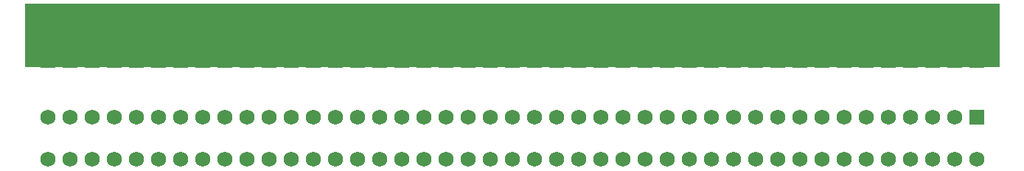
<source format=gbr>
%TF.GenerationSoftware,KiCad,Pcbnew,(5.1.6)-1*%
%TF.CreationDate,2022-03-07T17:14:04-05:00*%
%TF.ProjectId,A500-Side-90,41353030-2d53-4696-9465-2d39302e6b69,rev?*%
%TF.SameCoordinates,Original*%
%TF.FileFunction,Soldermask,Bot*%
%TF.FilePolarity,Negative*%
%FSLAX46Y46*%
G04 Gerber Fmt 4.6, Leading zero omitted, Abs format (unit mm)*
G04 Created by KiCad (PCBNEW (5.1.6)-1) date 2022-03-07 17:14:04*
%MOMM*%
%LPD*%
G01*
G04 APERTURE LIST*
%ADD10C,1.738300*%
%ADD11R,1.738300X1.738300*%
%ADD12R,112.014000X7.239000*%
%ADD13R,1.700000X6.600000*%
G04 APERTURE END LIST*
D10*
%TO.C,BUS1*%
X98298000Y-89039700D03*
X98298000Y-84188300D03*
X100838000Y-89039700D03*
X100838000Y-84188300D03*
X103378000Y-89039700D03*
X103378000Y-84188300D03*
X105918000Y-89039700D03*
X105918000Y-84188300D03*
X108458000Y-89039700D03*
X108458000Y-84188300D03*
X110998000Y-89039700D03*
X110998000Y-84188300D03*
X113538000Y-89039700D03*
X113538000Y-84188300D03*
X116078000Y-89039700D03*
X116078000Y-84188300D03*
X118618000Y-89039700D03*
X118618000Y-84188300D03*
X121158000Y-89039700D03*
X121158000Y-84188300D03*
X123698000Y-89039700D03*
X123698000Y-84188300D03*
X126238000Y-89039700D03*
X126238000Y-84188300D03*
X128778000Y-89039700D03*
X128778000Y-84188300D03*
X131318000Y-89039700D03*
X131318000Y-84188300D03*
X133858000Y-89039700D03*
X133858000Y-84188300D03*
X136398000Y-89039700D03*
X136398000Y-84188300D03*
X138938000Y-89039700D03*
X138938000Y-84188300D03*
X141478000Y-89039700D03*
X141478000Y-84188300D03*
X144018000Y-89039700D03*
X144018000Y-84188300D03*
X146558000Y-89039700D03*
X146558000Y-84188300D03*
X149098000Y-89039700D03*
X149098000Y-84188300D03*
X151638000Y-89039700D03*
X151638000Y-84188300D03*
X154178000Y-89039700D03*
X154178000Y-84188300D03*
X156718000Y-89039700D03*
X156718000Y-84188300D03*
X159258000Y-89039700D03*
X159258000Y-84188300D03*
X161798000Y-89039700D03*
X161798000Y-84188300D03*
X164338000Y-89039700D03*
X164338000Y-84188300D03*
X166878000Y-89039700D03*
X166878000Y-84188300D03*
X169418000Y-89039700D03*
X169418000Y-84188300D03*
X171958000Y-89039700D03*
X171958000Y-84188300D03*
X174498000Y-89039700D03*
X174498000Y-84188300D03*
X177038000Y-89039700D03*
X177038000Y-84188300D03*
X179578000Y-89039700D03*
X179578000Y-84188300D03*
X182118000Y-89039700D03*
X182118000Y-84188300D03*
X184658000Y-89039700D03*
X184658000Y-84188300D03*
X187198000Y-89039700D03*
X187198000Y-84188300D03*
X189738000Y-89039700D03*
X189738000Y-84188300D03*
X192278000Y-89039700D03*
X192278000Y-84188300D03*
X194818000Y-89039700D03*
X194818000Y-84188300D03*
X197358000Y-89039700D03*
X197358000Y-84188300D03*
X199898000Y-89039700D03*
X199898000Y-84188300D03*
X202438000Y-89039700D03*
X202438000Y-84188300D03*
X204978000Y-89039700D03*
D11*
X204978000Y-84188300D03*
%TD*%
D12*
%TO.C,BUS2*%
X151638000Y-74803000D03*
D13*
X98298000Y-75184000D03*
X100838000Y-75184000D03*
X103378000Y-75184000D03*
X105918000Y-75184000D03*
X108458000Y-75184000D03*
X110998000Y-75184000D03*
X113538000Y-75184000D03*
X116078000Y-75184000D03*
X118618000Y-75184000D03*
X121158000Y-75184000D03*
X123698000Y-75184000D03*
X126238000Y-75184000D03*
X128778000Y-75184000D03*
X131318000Y-75184000D03*
X133858000Y-75184000D03*
X136398000Y-75184000D03*
X138938000Y-75184000D03*
X141478000Y-75184000D03*
X144018000Y-75184000D03*
X146558000Y-75184000D03*
X149098000Y-75184000D03*
X151638000Y-75184000D03*
X154178000Y-75184000D03*
X156718000Y-75184000D03*
X159258000Y-75184000D03*
X161798000Y-75184000D03*
X164338000Y-75184000D03*
X166878000Y-75184000D03*
X169418000Y-75184000D03*
X171958000Y-75184000D03*
X174498000Y-75184000D03*
X177038000Y-75184000D03*
X179578000Y-75184000D03*
X182118000Y-75184000D03*
X184658000Y-75184000D03*
X187198000Y-75184000D03*
X189738000Y-75184000D03*
X192278000Y-75184000D03*
X194818000Y-75184000D03*
X197358000Y-75184000D03*
X199898000Y-75184000D03*
X202438000Y-75184000D03*
X204978000Y-75184000D03*
%TD*%
M02*

</source>
